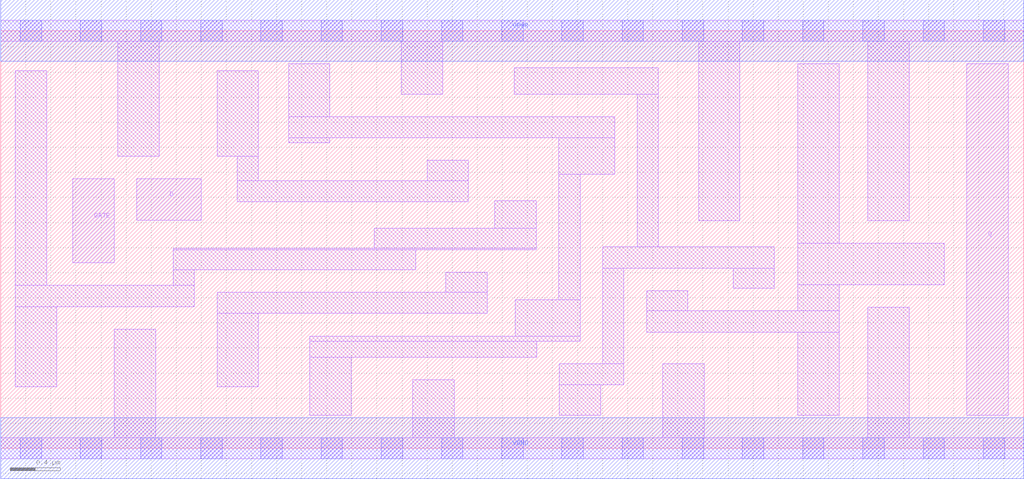
<source format=lef>
# Copyright 2020 The SkyWater PDK Authors
#
# Licensed under the Apache License, Version 2.0 (the "License");
# you may not use this file except in compliance with the License.
# You may obtain a copy of the License at
#
#     https://www.apache.org/licenses/LICENSE-2.0
#
# Unless required by applicable law or agreed to in writing, software
# distributed under the License is distributed on an "AS IS" BASIS,
# WITHOUT WARRANTIES OR CONDITIONS OF ANY KIND, either express or implied.
# See the License for the specific language governing permissions and
# limitations under the License.
#
# SPDX-License-Identifier: Apache-2.0

VERSION 5.7 ;
  NAMESCASESENSITIVE ON ;
  NOWIREEXTENSIONATPIN ON ;
  DIVIDERCHAR "/" ;
  BUSBITCHARS "[]" ;
UNITS
  DATABASE MICRONS 200 ;
END UNITS
MACRO sky130_fd_sc_lp__dlxtp_lp
  CLASS CORE ;
  SOURCE USER ;
  FOREIGN sky130_fd_sc_lp__dlxtp_lp ;
  ORIGIN  0.000000  0.000000 ;
  SIZE  8.160000 BY  3.330000 ;
  SYMMETRY X Y R90 ;
  SITE unit ;
  PIN D
    ANTENNAGATEAREA  0.318000 ;
    DIRECTION INPUT ;
    USE SIGNAL ;
    PORT
      LAYER li1 ;
        RECT 1.085000 1.820000 1.600000 2.150000 ;
    END
  END D
  PIN Q
    ANTENNADIFFAREA  0.598500 ;
    DIRECTION OUTPUT ;
    USE SIGNAL ;
    PORT
      LAYER li1 ;
        RECT 7.705000 0.265000 8.035000 3.065000 ;
    END
  END Q
  PIN GATE
    ANTENNAGATEAREA  0.318000 ;
    DIRECTION INPUT ;
    USE CLOCK ;
    PORT
      LAYER li1 ;
        RECT 0.575000 1.480000 0.905000 2.150000 ;
    END
  END GATE
  PIN VGND
    DIRECTION INOUT ;
    USE GROUND ;
    PORT
      LAYER met1 ;
        RECT 0.000000 -0.245000 8.160000 0.245000 ;
    END
  END VGND
  PIN VPWR
    DIRECTION INOUT ;
    USE POWER ;
    PORT
      LAYER met1 ;
        RECT 0.000000 3.085000 8.160000 3.575000 ;
    END
  END VPWR
  OBS
    LAYER li1 ;
      RECT 0.000000 -0.085000 8.160000 0.085000 ;
      RECT 0.000000  3.245000 8.160000 3.415000 ;
      RECT 0.115000  0.490000 0.445000 1.130000 ;
      RECT 0.115000  1.130000 1.545000 1.300000 ;
      RECT 0.115000  1.300000 0.365000 3.010000 ;
      RECT 0.905000  0.085000 1.235000 0.950000 ;
      RECT 0.935000  2.330000 1.265000 3.245000 ;
      RECT 1.375000  1.300000 1.545000 1.425000 ;
      RECT 1.375000  1.425000 3.310000 1.585000 ;
      RECT 1.375000  1.585000 4.270000 1.595000 ;
      RECT 1.725000  0.490000 2.055000 1.075000 ;
      RECT 1.725000  1.075000 3.880000 1.245000 ;
      RECT 1.725000  2.330000 2.055000 3.010000 ;
      RECT 1.885000  1.965000 3.730000 2.135000 ;
      RECT 1.885000  2.135000 2.055000 2.330000 ;
      RECT 2.295000  2.435000 2.625000 2.475000 ;
      RECT 2.295000  2.475000 4.895000 2.645000 ;
      RECT 2.295000  2.645000 2.625000 3.065000 ;
      RECT 2.465000  0.265000 2.795000 0.725000 ;
      RECT 2.465000  0.725000 4.275000 0.855000 ;
      RECT 2.465000  0.855000 4.620000 0.895000 ;
      RECT 2.980000  1.595000 4.270000 1.755000 ;
      RECT 3.195000  2.825000 3.525000 3.245000 ;
      RECT 3.285000  0.085000 3.615000 0.545000 ;
      RECT 3.400000  2.135000 3.730000 2.295000 ;
      RECT 3.550000  1.245000 3.880000 1.405000 ;
      RECT 3.940000  1.755000 4.270000 1.975000 ;
      RECT 4.095000  2.825000 5.245000 3.035000 ;
      RECT 4.105000  0.895000 4.620000 1.185000 ;
      RECT 4.450000  1.185000 4.620000 2.185000 ;
      RECT 4.450000  2.185000 4.895000 2.475000 ;
      RECT 4.455000  0.265000 4.785000 0.505000 ;
      RECT 4.455000  0.505000 4.970000 0.675000 ;
      RECT 4.800000  0.675000 4.970000 1.435000 ;
      RECT 4.800000  1.435000 6.170000 1.605000 ;
      RECT 5.075000  1.605000 5.245000 2.825000 ;
      RECT 5.150000  0.925000 6.685000 1.095000 ;
      RECT 5.150000  1.095000 5.480000 1.255000 ;
      RECT 5.280000  0.085000 5.610000 0.675000 ;
      RECT 5.565000  1.815000 5.895000 3.245000 ;
      RECT 5.840000  1.275000 6.170000 1.435000 ;
      RECT 6.355000  0.265000 6.685000 0.925000 ;
      RECT 6.355000  1.095000 6.685000 1.305000 ;
      RECT 6.355000  1.305000 7.525000 1.635000 ;
      RECT 6.355000  1.635000 6.685000 3.065000 ;
      RECT 6.915000  0.085000 7.245000 1.125000 ;
      RECT 6.915000  1.815000 7.245000 3.245000 ;
    LAYER mcon ;
      RECT 0.155000 -0.085000 0.325000 0.085000 ;
      RECT 0.155000  3.245000 0.325000 3.415000 ;
      RECT 0.635000 -0.085000 0.805000 0.085000 ;
      RECT 0.635000  3.245000 0.805000 3.415000 ;
      RECT 1.115000 -0.085000 1.285000 0.085000 ;
      RECT 1.115000  3.245000 1.285000 3.415000 ;
      RECT 1.595000 -0.085000 1.765000 0.085000 ;
      RECT 1.595000  3.245000 1.765000 3.415000 ;
      RECT 2.075000 -0.085000 2.245000 0.085000 ;
      RECT 2.075000  3.245000 2.245000 3.415000 ;
      RECT 2.555000 -0.085000 2.725000 0.085000 ;
      RECT 2.555000  3.245000 2.725000 3.415000 ;
      RECT 3.035000 -0.085000 3.205000 0.085000 ;
      RECT 3.035000  3.245000 3.205000 3.415000 ;
      RECT 3.515000 -0.085000 3.685000 0.085000 ;
      RECT 3.515000  3.245000 3.685000 3.415000 ;
      RECT 3.995000 -0.085000 4.165000 0.085000 ;
      RECT 3.995000  3.245000 4.165000 3.415000 ;
      RECT 4.475000 -0.085000 4.645000 0.085000 ;
      RECT 4.475000  3.245000 4.645000 3.415000 ;
      RECT 4.955000 -0.085000 5.125000 0.085000 ;
      RECT 4.955000  3.245000 5.125000 3.415000 ;
      RECT 5.435000 -0.085000 5.605000 0.085000 ;
      RECT 5.435000  3.245000 5.605000 3.415000 ;
      RECT 5.915000 -0.085000 6.085000 0.085000 ;
      RECT 5.915000  3.245000 6.085000 3.415000 ;
      RECT 6.395000 -0.085000 6.565000 0.085000 ;
      RECT 6.395000  3.245000 6.565000 3.415000 ;
      RECT 6.875000 -0.085000 7.045000 0.085000 ;
      RECT 6.875000  3.245000 7.045000 3.415000 ;
      RECT 7.355000 -0.085000 7.525000 0.085000 ;
      RECT 7.355000  3.245000 7.525000 3.415000 ;
      RECT 7.835000 -0.085000 8.005000 0.085000 ;
      RECT 7.835000  3.245000 8.005000 3.415000 ;
  END
END sky130_fd_sc_lp__dlxtp_lp

</source>
